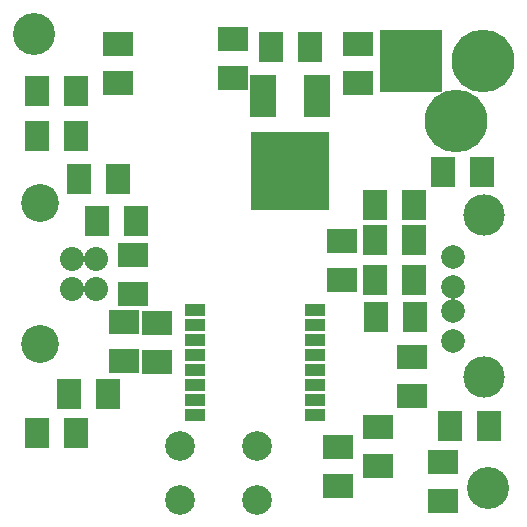
<source format=gts>
G04 (created by PCBNEW (2012-nov-02)-testing) date Wed 06 Feb 2013 10:53:48 PM EST*
%MOIN*%
G04 Gerber Fmt 3.4, Leading zero omitted, Abs format*
%FSLAX34Y34*%
G01*
G70*
G90*
G04 APERTURE LIST*
%ADD10C,2.3622e-06*%
%ADD11C,0.0791*%
%ADD12C,0.1381*%
%ADD13C,0.08*%
%ADD14C,0.1263*%
%ADD15C,0.209*%
%ADD16R,0.209X0.209*%
%ADD17C,0.0987*%
%ADD18C,0.14*%
%ADD19R,0.065X0.04*%
%ADD20R,0.1X0.08*%
%ADD21R,0.08X0.1*%
%ADD22R,0.085X0.14*%
%ADD23R,0.26X0.26*%
G04 APERTURE END LIST*
G54D10*
G54D11*
X82850Y-46950D03*
X82850Y-45950D03*
X82850Y-45150D03*
X82850Y-44150D03*
G54D12*
X83900Y-48150D03*
X83900Y-42750D03*
G54D13*
X70950Y-44200D03*
X70950Y-45200D03*
X70163Y-45200D03*
X70163Y-44200D03*
G54D14*
X69100Y-42338D03*
X69100Y-47062D03*
G54D15*
X83860Y-37620D03*
G54D16*
X81460Y-37620D03*
G54D15*
X82960Y-39620D03*
G54D17*
X73770Y-52236D03*
X76330Y-50464D03*
X76330Y-52236D03*
X73770Y-50464D03*
G54D18*
X84035Y-51860D03*
X68875Y-36700D03*
G54D19*
X74250Y-45900D03*
X74250Y-46400D03*
X74250Y-46900D03*
X74250Y-47400D03*
X74250Y-47900D03*
X74250Y-48400D03*
X74250Y-48900D03*
X74250Y-49400D03*
X78250Y-49400D03*
X78250Y-48900D03*
X78250Y-48400D03*
X78250Y-47900D03*
X78250Y-47400D03*
X78250Y-46900D03*
X78250Y-46400D03*
X78250Y-45900D03*
G54D20*
X71900Y-47625D03*
X71900Y-46325D03*
G54D21*
X76775Y-37150D03*
X78075Y-37150D03*
G54D20*
X75525Y-38175D03*
X75525Y-36875D03*
X79700Y-37050D03*
X79700Y-38350D03*
X80360Y-51110D03*
X80360Y-49810D03*
G54D21*
X82510Y-41320D03*
X83810Y-41320D03*
G54D20*
X71700Y-38350D03*
X71700Y-37050D03*
X79020Y-51790D03*
X79020Y-50490D03*
G54D21*
X80250Y-42400D03*
X81550Y-42400D03*
G54D20*
X72175Y-44075D03*
X72175Y-45375D03*
G54D21*
X80250Y-43575D03*
X81550Y-43575D03*
G54D20*
X81475Y-47475D03*
X81475Y-48775D03*
X82525Y-50975D03*
X82525Y-52275D03*
G54D21*
X84050Y-49775D03*
X82750Y-49775D03*
X72300Y-42950D03*
X71000Y-42950D03*
X70400Y-41550D03*
X71700Y-41550D03*
X69000Y-40100D03*
X70300Y-40100D03*
X69000Y-38600D03*
X70300Y-38600D03*
X80275Y-46150D03*
X81575Y-46150D03*
X80250Y-44900D03*
X81550Y-44900D03*
X69000Y-50000D03*
X70300Y-50000D03*
X70050Y-48700D03*
X71350Y-48700D03*
G54D22*
X78325Y-38775D03*
G54D23*
X77425Y-41275D03*
G54D22*
X76525Y-38775D03*
G54D20*
X73000Y-46350D03*
X73000Y-47650D03*
X79150Y-43600D03*
X79150Y-44900D03*
M02*

</source>
